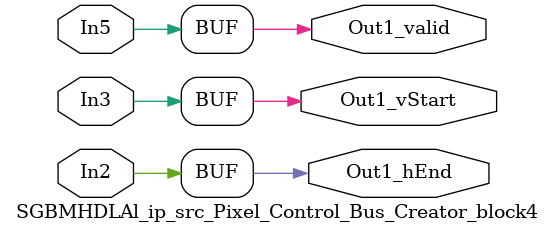
<source format=v>



`timescale 1 ns / 1 ns

module SGBMHDLAl_ip_src_Pixel_Control_Bus_Creator_block4
          (In2,
           In3,
           In5,
           Out1_hEnd,
           Out1_vStart,
           Out1_valid);


  input   In2;
  input   In3;
  input   In5;
  output  Out1_hEnd;
  output  Out1_vStart;
  output  Out1_valid;




  assign Out1_hEnd = In2;

  assign Out1_vStart = In3;

  assign Out1_valid = In5;

endmodule  // SGBMHDLAl_ip_src_Pixel_Control_Bus_Creator_block4


</source>
